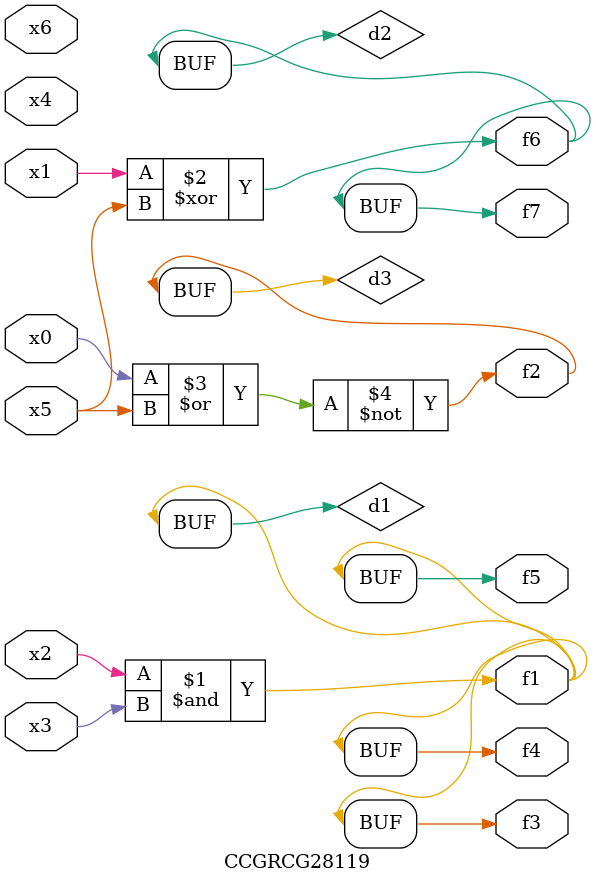
<source format=v>
module CCGRCG28119(
	input x0, x1, x2, x3, x4, x5, x6,
	output f1, f2, f3, f4, f5, f6, f7
);

	wire d1, d2, d3;

	and (d1, x2, x3);
	xor (d2, x1, x5);
	nor (d3, x0, x5);
	assign f1 = d1;
	assign f2 = d3;
	assign f3 = d1;
	assign f4 = d1;
	assign f5 = d1;
	assign f6 = d2;
	assign f7 = d2;
endmodule

</source>
